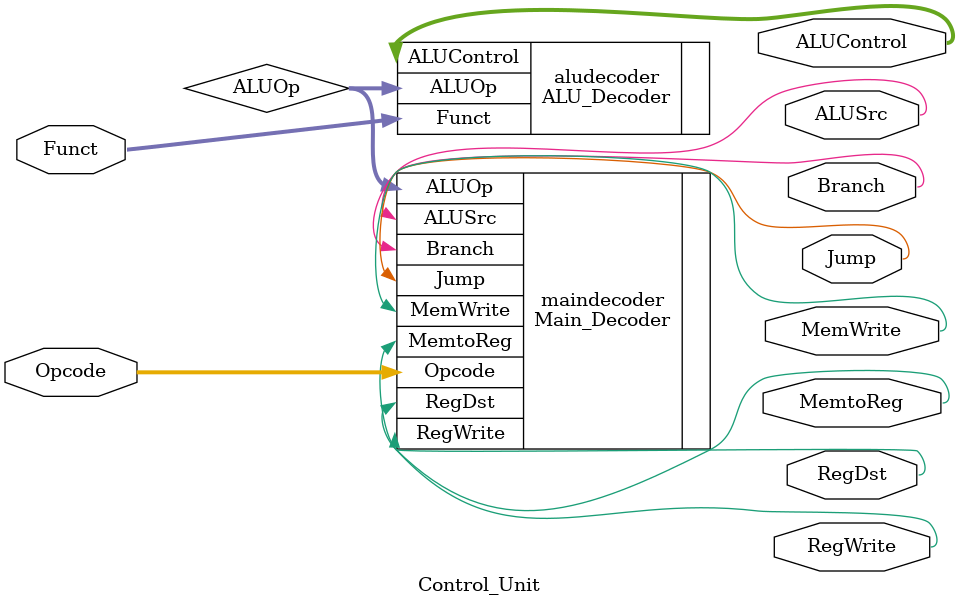
<source format=v>
/*
Name:Main_Decoder.v
Owner:Omar Salah
Description: Decoder that takes Funct[5:0],ALUOP[1:0],and get Output ALUCONTROL[2:0] that control alu signal to make the operations
MAPPING:
.Funct(),
.Opcode(),
.MemtoReg(),
.MemWrite(),
.Branch(),
.ALUSrc(),
.RegDst(),
.RegWrite(),
.Jump(),
.ALUControl() 
*/
module  Control_Unit(
input   wire  [5:0] Funct,
input   wire  [5:0] Opcode,
output  wire        MemtoReg,MemWrite,Branch,ALUSrc,RegDst,RegWrite,Jump,
output  wire  [2:0] ALUControl 
);
wire  [1:0] ALUOp;

ALU_Decoder aludecoder (
.Funct(Funct),
.ALUOp(ALUOp),
.ALUControl(ALUControl) 
);
Main_Decoder  maindecoder(
.MemtoReg (MemtoReg),
    .MemWrite (MemWrite),
    .Branch (Branch),
    .ALUSrc (ALUSrc),
    .RegDst (RegDst),
    .RegWrite (RegWrite),
    .Jump (Jump),
    .ALUOp (ALUOp),
    .Opcode (Opcode)
);
endmodule
</source>
